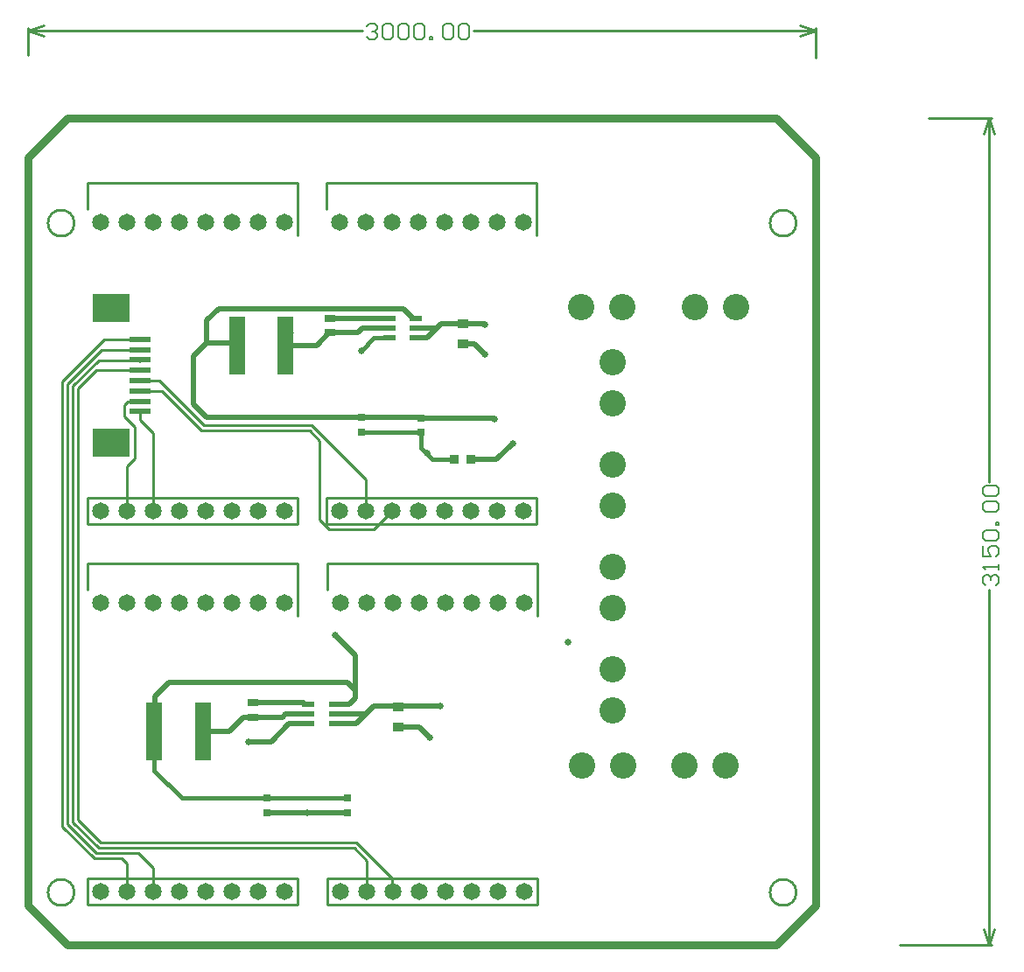
<source format=gbl>
G04*
G04 #@! TF.GenerationSoftware,Altium Limited,Altium Designer,22.9.1 (49)*
G04*
G04 Layer_Physical_Order=4*
G04 Layer_Color=16711680*
%FSLAX24Y24*%
%MOIN*%
G70*
G04*
G04 #@! TF.SameCoordinates,10C0EDED-7795-41B1-8CC0-87200EC90710*
G04*
G04*
G04 #@! TF.FilePolarity,Positive*
G04*
G01*
G75*
%ADD12C,0.0100*%
%ADD14C,0.0300*%
%ADD15C,0.0060*%
%ADD17R,0.0354X0.0374*%
%ADD24C,0.0750*%
%ADD25C,0.0200*%
%ADD26C,0.0150*%
%ADD27C,0.0650*%
%ADD28C,0.1004*%
%ADD29C,0.0250*%
%ADD37R,0.1417X0.1055*%
%ADD38R,0.0787X0.0240*%
%ADD39R,0.0276X0.0276*%
%ADD40R,0.0453X0.0236*%
%ADD41R,0.0630X0.2244*%
%ADD42R,0.0390X0.0307*%
%ADD43R,0.0398X0.0339*%
%ADD44C,0.1000*%
D12*
X1500Y4600D02*
Y21376D01*
X2788Y22664D01*
X4240D01*
X1300Y4517D02*
X2517Y3300D01*
X1500Y4600D02*
X2600Y3500D01*
X1700Y4683D02*
X2683Y3700D01*
X1900Y4766D02*
X2766Y3900D01*
X2517Y3300D02*
X3550D01*
X2600Y3500D02*
X4200D01*
X3550Y3300D02*
X3750Y3100D01*
Y2050D02*
Y3100D01*
X4200Y3500D02*
X4750Y2950D01*
Y2050D02*
Y2950D01*
X2683Y3700D02*
X12417D01*
X2766Y3900D02*
X12500D01*
X1300Y4517D02*
Y21459D01*
X1900Y4766D02*
Y21210D01*
X1700Y4683D02*
Y21293D01*
X3750Y16550D02*
Y18218D01*
X4066Y18534D01*
Y19734D01*
X3666Y20134D02*
X4066Y19734D01*
X3666Y20134D02*
Y20579D01*
X3783Y20696D01*
X4240D01*
X4260Y20716D01*
X1900Y21210D02*
X2587Y21897D01*
X1700Y21293D02*
X2678Y22270D01*
X2587Y21897D02*
X4260D01*
X1300Y21459D02*
X2899Y23058D01*
X2678Y22270D02*
X4240D01*
X4750Y16550D02*
Y19496D01*
X6593Y19600D02*
X10717D01*
X4260Y19986D02*
X4750Y19496D01*
X6676Y19800D02*
X10800D01*
X4260Y19986D02*
Y20322D01*
X5083Y21109D02*
X6593Y19600D01*
X4973Y21503D02*
X6676Y19800D01*
X4260Y21109D02*
X5083D01*
X4260Y21503D02*
X4973D01*
X12900Y2050D02*
Y3217D01*
X12417Y3700D02*
X12900Y3217D01*
X13850Y2100D02*
Y2550D01*
X12500Y3900D02*
X13850Y2550D01*
X14084Y9100D02*
X14100Y9084D01*
X10717Y19600D02*
X11100Y19217D01*
X10800Y19800D02*
X12850Y17750D01*
X11450Y15850D02*
X13150D01*
X11100Y16200D02*
X11450Y15850D01*
X13150D02*
X13850Y16550D01*
X12850D02*
Y17750D01*
X11100Y16200D02*
Y19217D01*
X9800Y22850D02*
Y23059D01*
X2899Y23058D02*
X4240D01*
X9800Y23059D02*
X10065Y23324D01*
X11500Y23876D02*
X11502Y23874D01*
X29250Y2000D02*
G03*
X29250Y2000I-500J0D01*
G01*
Y27500D02*
G03*
X29250Y27500I-500J0D01*
G01*
X1750Y2000D02*
G03*
X1750Y2000I-500J0D01*
G01*
Y27500D02*
G03*
X1750Y27500I-500J0D01*
G01*
X2250Y1550D02*
X10250D01*
Y2550D01*
X2250D02*
X10250D01*
X2250Y1550D02*
Y2550D01*
X10250Y12550D02*
Y14550D01*
X3250D02*
X10250D01*
X2250Y13550D02*
Y14550D01*
X3250D01*
X2250Y29050D02*
X3250D01*
X2250Y28050D02*
Y29050D01*
X3250D02*
X10250D01*
Y27050D02*
Y29050D01*
X2250Y16050D02*
Y17050D01*
X10250D01*
Y16050D02*
Y17050D01*
X2250Y16050D02*
X10250D01*
X11400Y1550D02*
X19400D01*
Y2550D01*
X11400D02*
X19400D01*
X11400Y1550D02*
Y2550D01*
X19400Y12550D02*
Y14550D01*
X12400D02*
X19400D01*
X11400Y13550D02*
Y14550D01*
X12400D01*
X11350Y16050D02*
X19350D01*
Y17050D01*
X11350D02*
X19350D01*
X11350Y16050D02*
Y17050D01*
X19350Y27050D02*
Y29050D01*
X12350D02*
X19350D01*
X11350Y28050D02*
Y29050D01*
X12350D01*
X0Y34850D02*
X600Y35050D01*
X0Y34850D02*
X600Y34650D01*
X29400D02*
X30000Y34850D01*
X29400Y35050D02*
X30000Y34850D01*
X0D02*
X12731D01*
X16949D02*
X30000D01*
X0Y33900D02*
Y34950D01*
X30000Y33800D02*
Y34950D01*
X36400Y600D02*
X36600Y0D01*
X36800Y600D01*
X36600Y31500D02*
X36800Y30900D01*
X36400D02*
X36600Y31500D01*
Y0D02*
Y13531D01*
Y17649D02*
Y31500D01*
X33200Y0D02*
X36700D01*
X34300Y31500D02*
X36700D01*
D14*
X30000Y1500D02*
Y30000D01*
X1500Y31500D02*
X28500D01*
X30000Y30000D01*
X-0D02*
X0Y1500D01*
Y30000D02*
X1500Y31500D01*
X28500Y0D02*
X30000Y1500D01*
X0D02*
X1500Y0D01*
X28500D01*
D15*
X12891Y34990D02*
X12991Y35090D01*
X13191D01*
X13290Y34990D01*
Y34890D01*
X13191Y34790D01*
X13091D01*
X13191D01*
X13290Y34690D01*
Y34590D01*
X13191Y34490D01*
X12991D01*
X12891Y34590D01*
X13490Y34990D02*
X13590Y35090D01*
X13790D01*
X13890Y34990D01*
Y34590D01*
X13790Y34490D01*
X13590D01*
X13490Y34590D01*
Y34990D01*
X14090D02*
X14190Y35090D01*
X14390D01*
X14490Y34990D01*
Y34590D01*
X14390Y34490D01*
X14190D01*
X14090Y34590D01*
Y34990D01*
X14690D02*
X14790Y35090D01*
X14990D01*
X15090Y34990D01*
Y34590D01*
X14990Y34490D01*
X14790D01*
X14690Y34590D01*
Y34990D01*
X15290Y34490D02*
Y34590D01*
X15390D01*
Y34490D01*
X15290D01*
X15790Y34990D02*
X15890Y35090D01*
X16090D01*
X16190Y34990D01*
Y34590D01*
X16090Y34490D01*
X15890D01*
X15790Y34590D01*
Y34990D01*
X16389D02*
X16489Y35090D01*
X16689D01*
X16789Y34990D01*
Y34590D01*
X16689Y34490D01*
X16489D01*
X16389Y34590D01*
Y34990D01*
X36460Y13691D02*
X36360Y13791D01*
Y13991D01*
X36460Y14090D01*
X36560D01*
X36660Y13991D01*
Y13891D01*
Y13991D01*
X36760Y14090D01*
X36860D01*
X36960Y13991D01*
Y13791D01*
X36860Y13691D01*
X36960Y14290D02*
Y14490D01*
Y14390D01*
X36360D01*
X36460Y14290D01*
X36360Y15190D02*
Y14790D01*
X36660D01*
X36560Y14990D01*
Y15090D01*
X36660Y15190D01*
X36860D01*
X36960Y15090D01*
Y14890D01*
X36860Y14790D01*
X36460Y15390D02*
X36360Y15490D01*
Y15690D01*
X36460Y15790D01*
X36860D01*
X36960Y15690D01*
Y15490D01*
X36860Y15390D01*
X36460D01*
X36960Y15990D02*
X36860D01*
Y16090D01*
X36960D01*
Y15990D01*
X36460Y16490D02*
X36360Y16590D01*
Y16790D01*
X36460Y16890D01*
X36860D01*
X36960Y16790D01*
Y16590D01*
X36860Y16490D01*
X36460D01*
Y17090D02*
X36360Y17189D01*
Y17389D01*
X36460Y17489D01*
X36860D01*
X36960Y17389D01*
Y17189D01*
X36860Y17090D01*
X36460D01*
D17*
X16235Y18500D02*
D03*
X16865D02*
D03*
D24*
X26490Y6850D02*
X26559D01*
X25342Y24251D02*
X25391Y24300D01*
D25*
X16550Y23684D02*
X16574Y23660D01*
X17390D01*
X17400Y23650D01*
X16558Y22908D02*
X16992D01*
X17400Y22500D01*
X16550Y22916D02*
X16558Y22908D01*
X10625Y5049D02*
X12150D01*
X14100Y8316D02*
X14884D01*
X14108Y9092D02*
X15692D01*
X9100Y5049D02*
X10625D01*
X15692Y9092D02*
X15700Y9100D01*
X14884Y8316D02*
X15300Y7900D01*
X4805Y8155D02*
Y9455D01*
X5350Y10000D01*
X4800Y8150D02*
X4805Y8155D01*
X5350Y10000D02*
X12150D01*
X12450Y9700D01*
Y9400D02*
Y9700D01*
Y11050D01*
X11700Y11800D02*
X12450Y11050D01*
X8400Y7750D02*
X9249D01*
X9925Y8426D01*
X6650Y8150D02*
X7650D01*
X8174Y8674D01*
X9925Y8426D02*
X10650D01*
X8174Y8674D02*
X8550D01*
X9674D01*
X9800Y8800D01*
X10650D01*
X8550Y9226D02*
X10490D01*
X4240Y22270D02*
X4260Y22291D01*
X4240Y22664D02*
X4260Y22684D01*
X6800Y20100D02*
X12700D01*
X6300Y20600D02*
X6800Y20100D01*
X6300Y20600D02*
Y22450D01*
X6800Y22950D01*
X11674Y8426D02*
X12476D01*
X12850Y8800D01*
X11674D02*
X12850D01*
X13150Y9100D01*
X11674Y9174D02*
X12224D01*
X12450Y9400D01*
X13850Y2100D02*
X13900Y2050D01*
X14100Y9084D02*
X14108Y9092D01*
X13150Y9100D02*
X14084D01*
X12712Y20088D02*
X14938D01*
X9800Y22850D02*
X10984D01*
X16865Y18500D02*
X17835D01*
X18450Y19115D01*
X14963Y20063D02*
X17737D01*
X6800Y22950D02*
X7850D01*
X4240Y23058D02*
X4260Y23078D01*
X10984Y22850D02*
X11459Y23324D01*
X11500D02*
X12550D01*
X6800Y22950D02*
Y23800D01*
X12550Y23324D02*
X12725Y23500D01*
X13738D01*
X11502Y23874D02*
X13738D01*
X6800Y23800D02*
X7250Y24250D01*
X14278D01*
X14762Y23126D02*
X15176D01*
X15550Y23500D01*
X14762D02*
X15550D01*
X15734Y23684D01*
X16550D01*
X14278Y24250D02*
X14654Y23874D01*
D26*
X5850Y5600D02*
X9100D01*
X4800Y6650D02*
Y8150D01*
Y6650D02*
X5850Y5600D01*
X9100D02*
X12150D01*
X7850Y22950D02*
X7950Y22850D01*
X10542Y9174D02*
X10650D01*
X10490Y9226D02*
X10542Y9174D01*
X14950Y18950D02*
Y19524D01*
X14938Y19537D02*
X14950Y19524D01*
X12712Y19537D02*
X14938D01*
X12700Y19549D02*
X12712Y19537D01*
X14950Y20076D02*
X14963Y20063D01*
X14938Y20088D02*
X14950Y20076D01*
X12700Y20100D02*
X12712Y20088D01*
X12680Y22650D02*
X13156Y23126D01*
X15400Y18500D02*
X16235D01*
X17737Y20063D02*
X17750Y20050D01*
X14950Y18950D02*
X15400Y18500D01*
X13156Y23126D02*
X13738D01*
X11459Y23324D02*
X11500D01*
X14654Y23874D02*
X14762D01*
X14876D01*
D27*
X3750Y2050D02*
D03*
X9750Y13050D02*
D03*
X8750D02*
D03*
X7750D02*
D03*
X6750D02*
D03*
X5750D02*
D03*
X4750D02*
D03*
X3750D02*
D03*
X2750D02*
D03*
Y2050D02*
D03*
X9750D02*
D03*
X8750D02*
D03*
X7750D02*
D03*
X6750D02*
D03*
X5750D02*
D03*
X4750D02*
D03*
Y16550D02*
D03*
X5750D02*
D03*
X6750D02*
D03*
X7750D02*
D03*
X8750D02*
D03*
X9750D02*
D03*
X2750D02*
D03*
Y27550D02*
D03*
X3750D02*
D03*
X4750D02*
D03*
X5750D02*
D03*
X6750D02*
D03*
X7750D02*
D03*
X8750D02*
D03*
X9750D02*
D03*
X3750Y16550D02*
D03*
X12900Y2050D02*
D03*
X18900Y13050D02*
D03*
X17900D02*
D03*
X16900D02*
D03*
X15900D02*
D03*
X14900D02*
D03*
X13900D02*
D03*
X12900D02*
D03*
X11900D02*
D03*
Y2050D02*
D03*
X18900D02*
D03*
X17900D02*
D03*
X16900D02*
D03*
X15900D02*
D03*
X14900D02*
D03*
X13900D02*
D03*
X12850Y16550D02*
D03*
X18850Y27550D02*
D03*
X17850D02*
D03*
X16850D02*
D03*
X15850D02*
D03*
X14850D02*
D03*
X13850D02*
D03*
X12850D02*
D03*
X11850D02*
D03*
Y16550D02*
D03*
X18850D02*
D03*
X17850D02*
D03*
X16850D02*
D03*
X15850D02*
D03*
X14850D02*
D03*
X13850D02*
D03*
D28*
X21100Y6850D02*
D03*
X22659D02*
D03*
X25000D02*
D03*
X26559D02*
D03*
X22250Y8941D02*
D03*
Y10500D02*
D03*
Y12841D02*
D03*
Y14400D02*
D03*
Y16750D02*
D03*
Y18309D02*
D03*
Y22209D02*
D03*
Y20650D02*
D03*
X26950Y24300D02*
D03*
X25391D02*
D03*
X22609D02*
D03*
X21050D02*
D03*
D29*
X17400Y23650D02*
D03*
Y22500D02*
D03*
X15300Y7900D02*
D03*
X15700Y9100D02*
D03*
X10625Y5049D02*
D03*
X8400Y7750D02*
D03*
X11700Y11800D02*
D03*
X20550Y11550D02*
D03*
X15175Y18725D02*
D03*
X18450Y19115D02*
D03*
X17750Y20050D02*
D03*
X12680Y22650D02*
D03*
D37*
X3157Y24255D02*
D03*
Y19145D02*
D03*
D38*
X4260Y23078D02*
D03*
Y22684D02*
D03*
Y22291D02*
D03*
Y21897D02*
D03*
Y21503D02*
D03*
Y21109D02*
D03*
Y20716D02*
D03*
Y20322D02*
D03*
D39*
X9100Y5049D02*
D03*
Y5600D02*
D03*
X12150Y5049D02*
D03*
Y5600D02*
D03*
X12700Y19549D02*
D03*
Y20100D02*
D03*
X14950Y19524D02*
D03*
Y20076D02*
D03*
D40*
X10650Y9174D02*
D03*
Y8800D02*
D03*
Y8426D02*
D03*
X11674D02*
D03*
Y8800D02*
D03*
Y9174D02*
D03*
X13738Y23874D02*
D03*
Y23500D02*
D03*
Y23126D02*
D03*
X14762D02*
D03*
Y23500D02*
D03*
Y23874D02*
D03*
D41*
X6650Y8150D02*
D03*
X4800D02*
D03*
X9800Y22850D02*
D03*
X7950D02*
D03*
D42*
X8550Y8674D02*
D03*
Y9226D02*
D03*
X11500Y23324D02*
D03*
Y23876D02*
D03*
D43*
X14100Y9084D02*
D03*
Y8316D02*
D03*
X16550Y23684D02*
D03*
Y22916D02*
D03*
D44*
X22249Y12841D02*
X22250D01*
M02*

</source>
